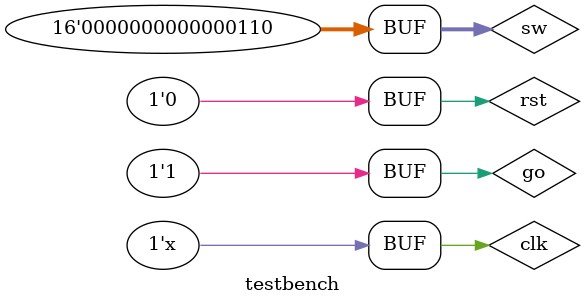
<source format=v>
`timescale 1ns / 1ps
module testbench;

	// Inputs
	reg [15:0] sw;
	reg clk;
	reg rst;
	reg go;

	// Outputs
	wire ans;
	wire over;

	// Instantiate the Unit Under Test (UUT)
	isPerfect uut (
		.sw(sw), 
		.clk(clk), 
		.rst(rst), 
		.go(go), 
		.ans(ans),
		.over(over)
	);

	initial begin
		// Initialize Inputs
		sw = 6;
		clk = 0;
		rst = 0;
		go = 0;

		// Wait 100 ns for global reset to finish
		#100;
        
		// Add stimulus here

	end
	
	initial
	begin
		#5 go = 1;
	end
	initial
	begin
		rst=1;
		#10 rst =0;
	end
	
	always
	begin
		#5 clk = ~clk;
	end
      
endmodule


</source>
